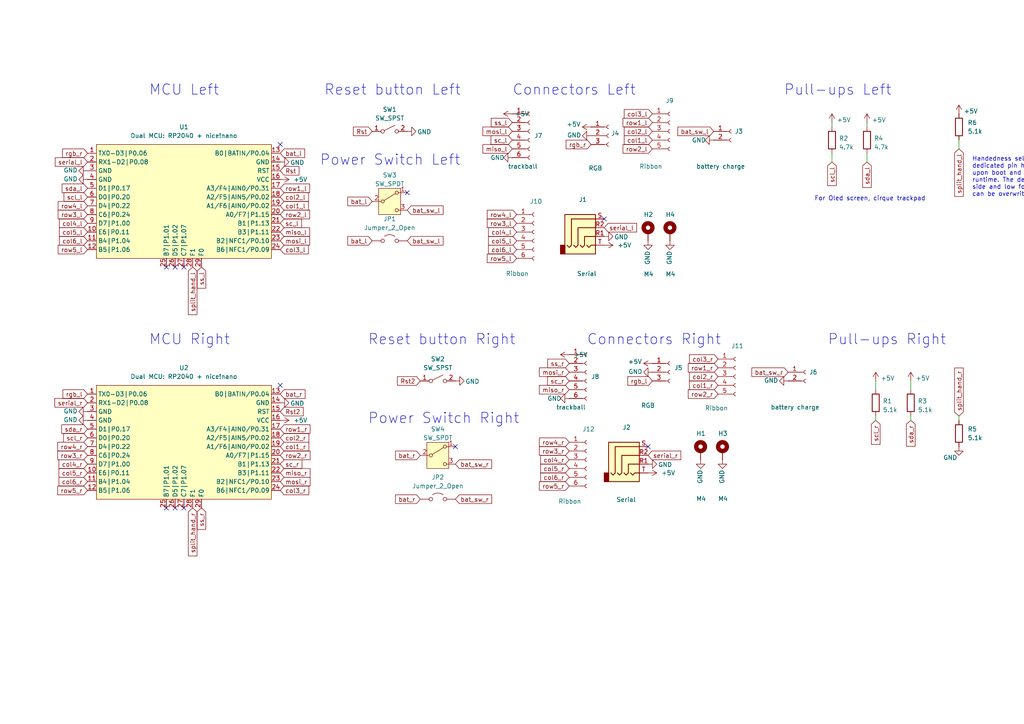
<source format=kicad_sch>
(kicad_sch (version 20231120) (generator "eeschema") (generator_version "8.0")
  (paper "A4")
  (title_block (title "Elite-C holder") (date "2022-02-13") (rev "2.0") (company "BastardKB x KarlK90") (comment 1 "Licensed under CERN-OHL-W v2"))
  (lib_symbols
    (symbol "Connector:Conn_01x02_Socket" (pin_names (offset 1.016) hide)
      (property "Reference" "J" (at 0 2.54 0))
      (property "Value" "Conn_01x02_Socket" (at 0 -5.08 0))
      (symbol "Conn_01x02_Socket_1_1"
        (arc (start 0 -2.032) (mid -0.5058 -2.54) (end 0 -3.048) (stroke (width 0.1524)))
        (polyline (pts (xy -1.27 -2.54) (xy -0.508 -2.54)) (stroke (width 0.1524)))
        (polyline (pts (xy -1.27 0) (xy -0.508 0)) (stroke (width 0.1524)))
        (arc (start 0 0.508) (mid -0.5058 0) (end 0 -0.508) (stroke (width 0.1524)))
        (pin passive line (at -5.08 0 0) (length 3.81) (name "Pin_1") (number "1"))
        (pin passive line (at -5.08 -2.54 0) (length 3.81) (name "Pin_2") (number "2"))
      )
    )
    (symbol "Connector:Conn_01x03_Socket" (pin_names (offset 1.016) hide)
      (property "Reference" "J" (at 0 5.08 0))
      (property "Value" "Conn_01x03_Socket" (at 0 -5.08 0))
      (symbol "Conn_01x03_Socket_1_1"
        (arc (start 0 -2.032) (mid -0.5058 -2.54) (end 0 -3.048) (stroke (width 0.1524)))
        (polyline (pts (xy -1.27 -2.54) (xy -0.508 -2.54)) (stroke (width 0.1524)))
        (polyline (pts (xy -1.27 0) (xy -0.508 0)) (stroke (width 0.1524)))
        (polyline (pts (xy -1.27 2.54) (xy -0.508 2.54)) (stroke (width 0.1524)))
        (arc (start 0 0.508) (mid -0.5058 0) (end 0 -0.508) (stroke (width 0.1524)))
        (arc (start 0 3.048) (mid -0.5058 2.54) (end 0 2.032) (stroke (width 0.1524)))
        (pin passive line (at -5.08 2.54 0) (length 3.81) (name "Pin_1") (number "1"))
        (pin passive line (at -5.08 0 0) (length 3.81) (name "Pin_2") (number "2"))
        (pin passive line (at -5.08 -2.54 0) (length 3.81) (name "Pin_3") (number "3"))
      )
    )
    (symbol "Connector:Conn_01x05_Socket" (pin_names (offset 1.016) hide)
      (property "Reference" "J" (at 0 7.62 0))
      (property "Value" "Conn_01x05_Socket" (at 0 -7.62 0))
      (symbol "Conn_01x05_Socket_1_1"
        (arc (start 0 -4.572) (mid -0.5058 -5.08) (end 0 -5.588) (stroke (width 0.1524)))
        (arc (start 0 -2.032) (mid -0.5058 -2.54) (end 0 -3.048) (stroke (width 0.1524)))
        (polyline (pts (xy -1.27 -5.08) (xy -0.508 -5.08)) (stroke (width 0.1524)))
        (polyline (pts (xy -1.27 -2.54) (xy -0.508 -2.54)) (stroke (width 0.1524)))
        (polyline (pts (xy -1.27 0) (xy -0.508 0)) (stroke (width 0.1524)))
        (polyline (pts (xy -1.27 2.54) (xy -0.508 2.54)) (stroke (width 0.1524)))
        (polyline (pts (xy -1.27 5.08) (xy -0.508 5.08)) (stroke (width 0.1524)))
        (arc (start 0 0.508) (mid -0.5058 0) (end 0 -0.508) (stroke (width 0.1524)))
        (arc (start 0 3.048) (mid -0.5058 2.54) (end 0 2.032) (stroke (width 0.1524)))
        (arc (start 0 5.588) (mid -0.5058 5.08) (end 0 4.572) (stroke (width 0.1524)))
        (pin passive line (at -5.08 5.08 0) (length 3.81) (name "Pin_1") (number "1"))
        (pin passive line (at -5.08 2.54 0) (length 3.81) (name "Pin_2") (number "2"))
        (pin passive line (at -5.08 0 0) (length 3.81) (name "Pin_3") (number "3"))
        (pin passive line (at -5.08 -2.54 0) (length 3.81) (name "Pin_4") (number "4"))
        (pin passive line (at -5.08 -5.08 0) (length 3.81) (name "Pin_5") (number "5"))
      )
    )
    (symbol "Connector:Conn_01x06_Socket" (pin_names (offset 1.016) hide)
      (property "Reference" "J" (at 0 7.62 0))
      (property "Value" "Conn_01x06_Socket" (at 0 -10.16 0))
      (symbol "Conn_01x06_Socket_1_1"
        (arc (start 0 -7.112) (mid -0.5058 -7.62) (end 0 -8.128) (stroke (width 0.1524)))
        (arc (start 0 -4.572) (mid -0.5058 -5.08) (end 0 -5.588) (stroke (width 0.1524)))
        (arc (start 0 -2.032) (mid -0.5058 -2.54) (end 0 -3.048) (stroke (width 0.1524)))
        (polyline (pts (xy -1.27 -7.62) (xy -0.508 -7.62)) (stroke (width 0.1524)))
        (polyline (pts (xy -1.27 -5.08) (xy -0.508 -5.08)) (stroke (width 0.1524)))
        (polyline (pts (xy -1.27 -2.54) (xy -0.508 -2.54)) (stroke (width 0.1524)))
        (polyline (pts (xy -1.27 0) (xy -0.508 0)) (stroke (width 0.1524)))
        (polyline (pts (xy -1.27 2.54) (xy -0.508 2.54)) (stroke (width 0.1524)))
        (polyline (pts (xy -1.27 5.08) (xy -0.508 5.08)) (stroke (width 0.1524)))
        (arc (start 0 0.508) (mid -0.5058 0) (end 0 -0.508) (stroke (width 0.1524)))
        (arc (start 0 3.048) (mid -0.5058 2.54) (end 0 2.032) (stroke (width 0.1524)))
        (arc (start 0 5.588) (mid -0.5058 5.08) (end 0 4.572) (stroke (width 0.1524)))
        (pin passive line (at -5.08 5.08 0) (length 3.81) (name "Pin_1") (number "1"))
        (pin passive line (at -5.08 2.54 0) (length 3.81) (name "Pin_2") (number "2"))
        (pin passive line (at -5.08 0 0) (length 3.81) (name "Pin_3") (number "3"))
        (pin passive line (at -5.08 -2.54 0) (length 3.81) (name "Pin_4") (number "4"))
        (pin passive line (at -5.08 -5.08 0) (length 3.81) (name "Pin_5") (number "5"))
        (pin passive line (at -5.08 -7.62 0) (length 3.81) (name "Pin_6") (number "6"))
      )
    )
    (symbol "Connector_Audio:AudioJack4"
      (property "Reference" "J" (at 0 8.89 0))
      (property "Value" "AudioJack4" (at 0 6.35 0))
      (symbol "AudioJack4_0_1"
        (rectangle (start -6.35 -5.08) (end -7.62 -7.62) (stroke (width 0.254)) (fill (type outline)))
        (polyline (pts (xy 0 -5.08) (xy 0.635 -5.715) (xy 1.27 -5.08) (xy 2.54 -5.08)) (stroke (width 0.254)))
        (polyline (pts (xy -5.715 -5.08) (xy -5.08 -5.715) (xy -4.445 -5.08) (xy -4.445 2.54) (xy 2.54 2.54)) (stroke (width 0.254)))
        (polyline (pts (xy -1.905 -5.08) (xy -1.27 -5.715) (xy -0.635 -5.08) (xy -0.635 -2.54) (xy 2.54 -2.54)) (stroke (width 0.254)))
        (polyline (pts (xy 2.54 0) (xy -2.54 0) (xy -2.54 -5.08) (xy -3.175 -5.715) (xy -3.81 -5.08)) (stroke (width 0.254)))
        (rectangle (start 2.54 3.81) (end -6.35 -7.62) (stroke (width 0.254)) (fill (type background)))
      )
      (symbol "AudioJack4_1_1"
        (pin passive line (at 5.08 -2.54 180) (length 2.54) (name "~") (number "R1"))
        (pin passive line (at 5.08 0 180) (length 2.54) (name "~") (number "R2"))
        (pin passive line (at 5.08 2.54 180) (length 2.54) (name "~") (number "S"))
        (pin passive line (at 5.08 -5.08 180) (length 2.54) (name "~") (number "T"))
      )
    )
    (symbol "Device:R" (pin_numbers hide) (pin_names (offset 0))
      (property "Reference" "R" (at 2.032 0 90))
      (property "Value" "R" (at 0 0 90))
      (symbol "R_0_1"
        (rectangle (start -1.016 -2.54) (end 1.016 2.54) (stroke (width 0.254)))
      )
      (symbol "R_1_1"
        (pin passive line (at 0 3.81 270) (length 1.27) (name "~") (number "1"))
        (pin passive line (at 0 -3.81 90) (length 1.27) (name "~") (number "2"))
      )
    )
    (symbol "Jumper:Jumper_2_Open" (pin_numbers hide) (pin_names (offset 0) hide) (exclude_from_sim yes)
      (property "Reference" "JP" (at 0 2.794 0))
      (property "Value" "Jumper_2_Open" (at 0 -2.286 0))
      (symbol "Jumper_2_Open_0_0"
        (circle (center -2.032 0) (radius 0.508))
        (circle (center 2.032 0) (radius 0.508))
      )
      (symbol "Jumper_2_Open_0_1"
        (arc (start 1.524 1.27) (mid 0 1.778) (end -1.524 1.27))
      )
      (symbol "Jumper_2_Open_1_1"
        (pin passive line (at -5.08 0 0) (length 2.54) (name "A") (number "1"))
        (pin passive line (at 5.08 0 180) (length 2.54) (name "B") (number "2"))
      )
    )
    (symbol "Mechanical:MountingHole_Pad" (pin_numbers hide) (pin_names (offset 1.016) hide) (exclude_from_sim yes) (in_bom no)
      (property "Reference" "H" (at 0 6.35 0))
      (property "Value" "MountingHole_Pad" (at 0 4.445 0))
      (symbol "MountingHole_Pad_0_1"
        (circle (center 0 1.27) (radius 1.27) (stroke (width 1.27)))
      )
      (symbol "MountingHole_Pad_1_1"
        (pin input line (at 0 -2.54 90) (length 2.54) (name "1") (number "1"))
      )
    )
    (symbol "Switch:SW_SPDT" (pin_names (offset 0) hide)
      (property "Reference" "SW" (at 0 5.08 0))
      (property "Value" "SW_SPDT" (at 0 -5.08 0))
      (symbol "SW_SPDT_0_1"
        (circle (center -2.032 0) (radius 0.4572))
        (polyline (pts (xy -1.651 0.254) (xy 1.651 2.286)))
        (circle (center 2.032 -2.54) (radius 0.4572))
        (circle (center 2.032 2.54) (radius 0.4572))
      )
      (symbol "SW_SPDT_1_1"
        (rectangle (start -3.175 3.81) (end 3.175 -3.81) (fill (type background)))
        (pin passive line (at 5.08 2.54 180) (length 2.54) (name "A") (number "1"))
        (pin passive line (at -5.08 0 0) (length 2.54) (name "B") (number "2"))
        (pin passive line (at 5.08 -2.54 180) (length 2.54) (name "C") (number "3"))
      )
    )
    (symbol "Switch:SW_SPST" (pin_names (offset 0) hide)
      (property "Reference" "SW" (at 0 3.175 0))
      (property "Value" "SW_SPST" (at 0 -2.54 0))
      (symbol "SW_SPST_0_0"
        (circle (center -2.032 0) (radius 0.508))
        (polyline (pts (xy -1.524 0.254) (xy 1.524 1.778)))
        (circle (center 2.032 0) (radius 0.508))
      )
      (symbol "SW_SPST_1_1"
        (pin passive line (at -5.08 0 0) (length 2.54) (name "A") (number "1"))
        (pin passive line (at 5.08 0 180) (length 2.54) (name "B") (number "2"))
      )
    )
    (symbol "elite-c-holder:Dual-MCU-RP2040-nice!nano" (in_bom no)
      (property "Reference" "U" (at 0 22.86 0))
      (property "Value" "Dual MCU: RP2040 + nice!nano" (at 0 20.32 0))
      (symbol "Dual-MCU-RP2040-nice!nano_0_0"
        (pin power_out line (at 27.94 11.43 180) (length 2.54) (name "GND") (number "14"))
        (pin bidirectional line (at 27.94 8.89 180) (length 2.54) (name "RST") (number "15"))
        (pin power_out line (at -27.94 8.89 0) (length 2.54) (name "GND") (number "3"))
        (pin power_out line (at -27.94 6.35 0) (length 2.54) (name "GND") (number "4"))
      )
      (symbol "Dual-MCU-RP2040-nice!nano_1_0"
        (pin bidirectional line (at -27.94 13.97 0) (length 2.54) (name "TX0-D3|P0.06") (number "1"))
        (pin bidirectional line (at -27.94 -8.89 0) (length 2.54) (name "E6|P0.11") (number "10"))
        (pin bidirectional line (at -27.94 -11.43 0) (length 2.54) (name "B4|P1.04") (number "11"))
        (pin bidirectional line (at -27.94 -13.97 0) (length 2.54) (name "B5|P1.06") (number "12"))
        (pin bidirectional line (at 27.94 13.97 180) (length 2.54) (name "B0|BATIN/P0.04") (number "13"))
        (pin power_out line (at 27.94 6.35 180) (length 2.54) (name "VCC") (number "16"))
        (pin bidirectional line (at 27.94 3.81 180) (length 2.54) (name "A3/F4|AIN0/P0.31") (number "17"))
        (pin bidirectional line (at 27.94 1.27 180) (length 2.54) (name "A2/F5|AIN5/P0.02") (number "18"))
        (pin bidirectional line (at 27.94 -1.27 180) (length 2.54) (name "A1/F6|AIN0/P0.02") (number "19"))
        (pin bidirectional line (at -27.94 11.43 0) (length 2.54) (name "RX1-D2|P0.08") (number "2"))
        (pin bidirectional line (at 27.94 -3.81 180) (length 2.54) (name "A0/F7|P1.15") (number "20"))
        (pin bidirectional line (at 27.94 -6.35 180) (length 2.54) (name "B1|P1.13") (number "21"))
        (pin bidirectional line (at 27.94 -8.89 180) (length 2.54) (name "B3|P1.11") (number "22"))
        (pin bidirectional line (at 27.94 -11.43 180) (length 2.54) (name "B2|NFC1/P0.10") (number "23"))
        (pin bidirectional line (at 27.94 -13.97 180) (length 2.54) (name "B6|NFC1/P0.09") (number "24"))
        (pin bidirectional line (at -5.08 -19.05 90) (length 2.54) (name "B7|P1.01") (number "25"))
        (pin bidirectional line (at -2.54 -19.05 90) (length 2.54) (name "D5|P1.02") (number "26"))
        (pin bidirectional line (at 0 -19.05 90) (length 2.54) (name "C7|P1.07") (number "27"))
        (pin bidirectional line (at 2.54 -19.05 90) (length 2.54) (name "F1") (number "28"))
        (pin bidirectional line (at 5.08 -19.05 90) (length 2.54) (name "F0") (number "29"))
        (pin bidirectional line (at -27.94 3.81 0) (length 2.54) (name "D1|P0.17") (number "5"))
        (pin bidirectional line (at -27.94 1.27 0) (length 2.54) (name "D0|P0.20") (number "6"))
        (pin bidirectional line (at -27.94 -1.27 0) (length 2.54) (name "D4|P0.22") (number "7"))
        (pin bidirectional line (at -27.94 -3.81 0) (length 2.54) (name "C6|P0.24") (number "8"))
        (pin bidirectional line (at -27.94 -6.35 0) (length 2.54) (name "D7|P1.00") (number "9"))
      )
      (symbol "Dual-MCU-RP2040-nice!nano_1_1"
        (rectangle (start -25.4 16.51) (end 25.4 -16.51) (fill (type background)))
      )
    )
    (symbol "power:+5V" (power) (pin_numbers hide) (pin_names (offset 0) hide)
      (property "Value" "+5V" (at 0 3.556 0))
      (symbol "+5V_0_1"
        (polyline (pts (xy -0.762 1.27) (xy 0 2.54)))
        (polyline (pts (xy 0 0) (xy 0 2.54)))
        (polyline (pts (xy 0 2.54) (xy 0.762 1.27)))
      )
      (symbol "+5V_1_1"
        (pin power_in line (at 0 0 90) (length 0) (name "~") (number "1"))
      )
    )
    (symbol "power:GND" (power) (pin_numbers hide) (pin_names (offset 0) hide)
      (property "Value" "GND" (at 0 -3.81 0))
      (symbol "GND_0_1"
        (polyline (pts (xy 0 0) (xy 0 -1.27) (xy 1.27 -1.27) (xy 0 -2.54) (xy -1.27 -1.27) (xy 0 -1.27)))
      )
      (symbol "GND_1_1"
        (pin power_in line (at 0 0 270) (length 0) (name "~") (number "1"))
      )
    )
  )
  (no_connect (at 48.26 77.47))
  (no_connect (at 132.08 129.54))
  (no_connect (at 53.34 77.47))
  (no_connect (at 118.11 55.88))
  (no_connect (at 81.28 41.91))
  (no_connect (at 187.96 129.54))
  (no_connect (at 175.26 63.5))
  (no_connect (at 50.8 77.47))
  (no_connect (at 53.34 147.32))
  (no_connect (at 48.26 147.32))
  (no_connect (at 50.8 147.32))
  (no_connect (at 81.28 111.76))
  (wire (pts (xy 251.46 35.56) (xy 251.46 36.83)))
  (wire (pts (xy 278.13 40.64) (xy 278.13 43.18)))
  (wire (pts (xy 254 120.65) (xy 254 121.92)))
  (wire (pts (xy 254 110.49) (xy 254 113.03)))
  (wire (pts (xy 264.16 120.65) (xy 264.16 121.92)))
  (wire (pts (xy 241.3 44.45) (xy 241.3 46.99)))
  (wire (pts (xy 278.13 120.65) (xy 278.13 121.92)))
  (wire (pts (xy 241.3 35.56) (xy 241.3 36.83)))
  (wire (pts (xy 264.16 110.49) (xy 264.16 113.03)))
  (wire (pts (xy 251.46 44.45) (xy 251.46 46.99)))
  (text "Power Switch Right" (at 106.68 123.19 0) (effects (font (size 3 3)) (justify left bottom)))
  (text "Reset button Left" (at 93.98 27.94 0) (effects (font (size 3 3)) (justify left bottom)))
  (text "For Oled screen, cirque trackpad" (at 236.22 58.42 0) (effects (font (size 1.27 1.27)) (justify left bottom)))
  (text "Power Switch Left" (at 92.71 48.26 0) (effects (font (size 3 3)) (justify left bottom)))
  (text "Connectors Left" (at 148.59 27.94 0) (effects (font (size 3 3)) (justify left bottom)))
  (text "Pull-ups Right" (at 240.03 100.33 0) (effects (font (size 3 3)) (justify left bottom)))
  (text "Reset button Right" (at 106.68 100.33 0) (effects (font (size 3 3)) (justify left bottom)))
  (text "Handedness selection works by pulling a \ndedicated pin high or low this is checked\nupon boot and the correct side is set at\nruntime. The default is high for the left\nside and low for the right side, but this\ncan be overwritten in firmware." (at 281.94 57.15 0) (effects (font (size 1.27 1.27)) (justify left bottom)))
  (text "MCU Left" (at 43.18 27.94 0) (effects (font (size 3 3)) (justify left bottom)))
  (text "MCU Right" (at 43.18 100.33 0) (effects (font (size 3 3)) (justify left bottom)))
  (text "Pull-ups Left" (at 227.33 27.94 0) (effects (font (size 3 3)) (justify left bottom)))
  (text "Connectors Right" (at 170.18 100.33 0) (effects (font (size 3 3)) (justify left bottom)))
  (global_label "sc_l" (shape input) (at 148.59 40.64 180) (property "Intersheetrefs" "${INTERSHEET_REFS}" (effects (hide yes))))
  (global_label "split_hand_l" (shape input) (at 278.13 43.18 270) (property "Intersheetrefs" "${INTERSHEET_REFS}" (effects (hide yes))))
  (global_label "miso_r" (shape input) (at 165.1 113.03 180) (property "Intersheetrefs" "${INTERSHEET_REFS}" (effects (hide yes))))
  (global_label "row4_r" (shape input) (at 25.4 129.54 180) (property "Intersheetrefs" "${INTERSHEET_REFS}" (effects (hide yes))))
  (global_label "rgb_r" (shape input) (at 25.4 44.45 180) (property "Intersheetrefs" "${INTERSHEET_REFS}" (effects (hide yes))))
  (global_label "col1_l" (shape input) (at 81.28 59.69 0) (property "Intersheetrefs" "${INTERSHEET_REFS}" (effects (hide yes))))
  (global_label "row1_r" (shape input) (at 208.28 106.68 180) (property "Intersheetrefs" "${INTERSHEET_REFS}" (effects (hide yes))))
  (global_label "col6_l" (shape input) (at 149.86 72.39 180) (property "Intersheetrefs" "${INTERSHEET_REFS}" (effects (hide yes))))
  (global_label "bat_sw_r" (shape input) (at 132.08 134.62 0) (property "Intersheetrefs" "${INTERSHEET_REFS}" (effects (hide yes))))
  (global_label "row1_l" (shape input) (at 81.28 54.61 0) (property "Intersheetrefs" "${INTERSHEET_REFS}" (effects (hide yes))))
  (global_label "col1_r" (shape input) (at 208.28 111.76 180) (property "Intersheetrefs" "${INTERSHEET_REFS}" (effects (hide yes))))
  (global_label "row2_r" (shape input) (at 81.28 132.08 0) (property "Intersheetrefs" "${INTERSHEET_REFS}" (effects (hide yes))))
  (global_label "col4_r" (shape input) (at 25.4 134.62 180) (property "Intersheetrefs" "${INTERSHEET_REFS}" (effects (hide yes))))
  (global_label "col1_l" (shape input) (at 189.23 40.64 180) (property "Intersheetrefs" "${INTERSHEET_REFS}" (effects (hide yes))))
  (global_label "row5_l" (shape input) (at 25.4 72.39 180) (property "Intersheetrefs" "${INTERSHEET_REFS}" (effects (hide yes))))
  (global_label "col5_l" (shape input) (at 25.4 67.31 180) (property "Intersheetrefs" "${INTERSHEET_REFS}" (effects (hide yes))))
  (global_label "row3_l" (shape input) (at 25.4 62.23 180) (property "Intersheetrefs" "${INTERSHEET_REFS}" (effects (hide yes))))
  (global_label "col2_l" (shape input) (at 81.28 57.15 0) (property "Intersheetrefs" "${INTERSHEET_REFS}" (effects (hide yes))))
  (global_label "mosi_l" (shape input) (at 81.28 69.85 0) (property "Intersheetrefs" "${INTERSHEET_REFS}" (effects (hide yes))))
  (global_label "row3_r" (shape input) (at 165.1 130.81 180) (property "Intersheetrefs" "${INTERSHEET_REFS}" (effects (hide yes))))
  (global_label "bat_l" (shape input) (at 107.95 69.85 180) (property "Intersheetrefs" "${INTERSHEET_REFS}" (effects (hide yes))))
  (global_label "row4_l" (shape input) (at 25.4 59.69 180) (property "Intersheetrefs" "${INTERSHEET_REFS}" (effects (hide yes))))
  (global_label "row2_l" (shape input) (at 81.28 62.23 0) (property "Intersheetrefs" "${INTERSHEET_REFS}" (effects (hide yes))))
  (global_label "scl_l" (shape input) (at 25.4 57.15 180) (property "Intersheetrefs" "${INTERSHEET_REFS}" (effects (hide yes))))
  (global_label "ss_r" (shape input) (at 165.1 105.41 180) (property "Intersheetrefs" "${INTERSHEET_REFS}" (effects (hide yes))))
  (global_label "row5_l" (shape input) (at 149.86 74.93 180) (property "Intersheetrefs" "${INTERSHEET_REFS}" (effects (hide yes))))
  (global_label "col5_l" (shape input) (at 149.86 69.85 180) (property "Intersheetrefs" "${INTERSHEET_REFS}" (effects (hide yes))))
  (global_label "row4_r" (shape input) (at 165.1 128.27 180) (property "Intersheetrefs" "${INTERSHEET_REFS}" (effects (hide yes))))
  (global_label "rgb_r" (shape input) (at 171.45 41.91 180) (property "Intersheetrefs" "${INTERSHEET_REFS}" (effects (hide yes))))
  (global_label "sc_r" (shape input) (at 81.28 134.62 0) (property "Intersheetrefs" "${INTERSHEET_REFS}" (effects (hide yes))))
  (global_label "sc_l" (shape input) (at 81.28 64.77 0) (property "Intersheetrefs" "${INTERSHEET_REFS}" (effects (hide yes))))
  (global_label "Rst" (shape input) (at 107.95 38.1 180) (property "Intersheetrefs" "${INTERSHEET_REFS}" (effects (hide yes))))
  (global_label "mosi_r" (shape input) (at 165.1 107.95 180) (property "Intersheetrefs" "${INTERSHEET_REFS}" (effects (hide yes))))
  (global_label "sda_r" (shape input) (at 25.4 124.46 180) (property "Intersheetrefs" "${INTERSHEET_REFS}" (effects (hide yes))))
  (global_label "bat_r" (shape input) (at 121.92 132.08 180) (property "Intersheetrefs" "${INTERSHEET_REFS}" (effects (hide yes))))
  (global_label "bat_sw_l" (shape input) (at 207.01 38.1 180) (property "Intersheetrefs" "${INTERSHEET_REFS}" (effects (hide yes))))
  (global_label "bat_sw_r" (shape input) (at 132.08 144.78 0) (property "Intersheetrefs" "${INTERSHEET_REFS}" (effects (hide yes))))
  (global_label "sda_r" (shape input) (at 264.16 121.92 270) (property "Intersheetrefs" "${INTERSHEET_REFS}" (effects (hide yes))))
  (global_label "col3_r" (shape input) (at 81.28 142.24 0) (property "Intersheetrefs" "${INTERSHEET_REFS}" (effects (hide yes))))
  (global_label "serial_r" (shape input) (at 187.96 132.08 0) (property "Intersheetrefs" "${INTERSHEET_REFS}" (effects (hide yes))))
  (global_label "row1_l" (shape input) (at 189.23 35.56 180) (property "Intersheetrefs" "${INTERSHEET_REFS}" (effects (hide yes))))
  (global_label "col2_r" (shape input) (at 81.28 127 0) (property "Intersheetrefs" "${INTERSHEET_REFS}" (effects (hide yes))))
  (global_label "bat_r" (shape input) (at 81.28 114.3 0) (property "Intersheetrefs" "${INTERSHEET_REFS}" (effects (hide yes))))
  (global_label "scl_l" (shape input) (at 241.3 46.99 270) (property "Intersheetrefs" "${INTERSHEET_REFS}" (effects (hide yes))))
  (global_label "col5_r" (shape input) (at 25.4 137.16 180) (property "Intersheetrefs" "${INTERSHEET_REFS}" (effects (hide yes))))
  (global_label "split_hand_r" (shape input) (at 278.13 120.65 90) (property "Intersheetrefs" "${INTERSHEET_REFS}" (effects (hide yes))))
  (global_label "miso_r" (shape input) (at 81.28 137.16 0) (property "Intersheetrefs" "${INTERSHEET_REFS}" (effects (hide yes))))
  (global_label "miso_l" (shape input) (at 81.28 67.31 0) (property "Intersheetrefs" "${INTERSHEET_REFS}" (effects (hide yes))))
  (global_label "rgb_l" (shape input) (at 25.4 114.3 180) (property "Intersheetrefs" "${INTERSHEET_REFS}" (effects (hide yes))))
  (global_label "col3_r" (shape input) (at 208.28 104.14 180) (property "Intersheetrefs" "${INTERSHEET_REFS}" (effects (hide yes))))
  (global_label "Rst2" (shape input) (at 81.28 119.38 0) (property "Intersheetrefs" "${INTERSHEET_REFS}" (effects (hide yes))))
  (global_label "bat_sw_l" (shape input) (at 118.11 60.96 0) (property "Intersheetrefs" "${INTERSHEET_REFS}" (effects (hide yes))))
  (global_label "col6_r" (shape input) (at 25.4 139.7 180) (property "Intersheetrefs" "${INTERSHEET_REFS}" (effects (hide yes))))
  (global_label "row2_l" (shape input) (at 189.23 43.18 180) (property "Intersheetrefs" "${INTERSHEET_REFS}" (effects (hide yes))))
  (global_label "sc_r" (shape input) (at 165.1 110.49 180) (property "Intersheetrefs" "${INTERSHEET_REFS}" (effects (hide yes))))
  (global_label "split_hand_l" (shape input) (at 55.88 77.47 270) (property "Intersheetrefs" "${INTERSHEET_REFS}" (effects (hide yes))))
  (global_label "col3_l" (shape input) (at 81.28 72.39 0) (property "Intersheetrefs" "${INTERSHEET_REFS}" (effects (hide yes))))
  (global_label "bat_r" (shape input) (at 121.92 144.78 180) (property "Intersheetrefs" "${INTERSHEET_REFS}" (effects (hide yes))))
  (global_label "serial_r" (shape input) (at 25.4 116.84 180) (property "Intersheetrefs" "${INTERSHEET_REFS}" (effects (hide yes))))
  (global_label "row3_l" (shape input) (at 149.86 64.77 180) (property "Intersheetrefs" "${INTERSHEET_REFS}" (effects (hide yes))))
  (global_label "ss_l" (shape input) (at 148.59 35.56 180) (property "Intersheetrefs" "${INTERSHEET_REFS}" (effects (hide yes))))
  (global_label "serial_l" (shape input) (at 25.4 46.99 180) (property "Intersheetrefs" "${INTERSHEET_REFS}" (effects (hide yes))))
  (global_label "Rst" (shape input) (at 81.28 49.53 0) (property "Intersheetrefs" "${INTERSHEET_REFS}" (effects (hide yes))))
  (global_label "scl_r" (shape input) (at 25.4 127 180) (property "Intersheetrefs" "${INTERSHEET_REFS}" (effects (hide yes))))
  (global_label "row3_r" (shape input) (at 25.4 132.08 180) (property "Intersheetrefs" "${INTERSHEET_REFS}" (effects (hide yes))))
  (global_label "ss_r" (shape input) (at 58.42 147.32 270) (property "Intersheetrefs" "${INTERSHEET_REFS}" (effects (hide yes))))
  (global_label "col3_l" (shape input) (at 189.23 33.02 180) (property "Intersheetrefs" "${INTERSHEET_REFS}" (effects (hide yes))))
  (global_label "col6_l" (shape input) (at 25.4 69.85 180) (property "Intersheetrefs" "${INTERSHEET_REFS}" (effects (hide yes))))
  (global_label "row5_r" (shape input) (at 25.4 142.24 180) (property "Intersheetrefs" "${INTERSHEET_REFS}" (effects (hide yes))))
  (global_label "row5_r" (shape input) (at 165.1 140.97 180) (property "Intersheetrefs" "${INTERSHEET_REFS}" (effects (hide yes))))
  (global_label "Rst2" (shape input) (at 121.92 110.49 180) (property "Intersheetrefs" "${INTERSHEET_REFS}" (effects (hide yes))))
  (global_label "col1_r" (shape input) (at 81.28 129.54 0) (property "Intersheetrefs" "${INTERSHEET_REFS}" (effects (hide yes))))
  (global_label "sda_l" (shape input) (at 25.4 54.61 180) (property "Intersheetrefs" "${INTERSHEET_REFS}" (effects (hide yes))))
  (global_label "row2_r" (shape input) (at 208.28 114.3 180) (property "Intersheetrefs" "${INTERSHEET_REFS}" (effects (hide yes))))
  (global_label "row4_l" (shape input) (at 149.86 62.23 180) (property "Intersheetrefs" "${INTERSHEET_REFS}" (effects (hide yes))))
  (global_label "col6_r" (shape input) (at 165.1 138.43 180) (property "Intersheetrefs" "${INTERSHEET_REFS}" (effects (hide yes))))
  (global_label "ss_l" (shape input) (at 58.42 77.47 270) (property "Intersheetrefs" "${INTERSHEET_REFS}" (effects (hide yes))))
  (global_label "serial_l" (shape input) (at 175.26 66.04 0) (property "Intersheetrefs" "${INTERSHEET_REFS}" (effects (hide yes))))
  (global_label "mosi_r" (shape input) (at 81.28 139.7 0) (property "Intersheetrefs" "${INTERSHEET_REFS}" (effects (hide yes))))
  (global_label "col2_r" (shape input) (at 208.28 109.22 180) (property "Intersheetrefs" "${INTERSHEET_REFS}" (effects (hide yes))))
  (global_label "bat_sw_l" (shape input) (at 118.11 69.85 0) (property "Intersheetrefs" "${INTERSHEET_REFS}" (effects (hide yes))))
  (global_label "split_hand_r" (shape input) (at 55.88 147.32 270) (property "Intersheetrefs" "${INTERSHEET_REFS}" (effects (hide yes))))
  (global_label "bat_sw_r" (shape input) (at 228.6 107.95 180) (property "Intersheetrefs" "${INTERSHEET_REFS}" (effects (hide yes))))
  (global_label "sda_l" (shape input) (at 251.46 46.99 270) (property "Intersheetrefs" "${INTERSHEET_REFS}" (effects (hide yes))))
  (global_label "col4_l" (shape input) (at 25.4 64.77 180) (property "Intersheetrefs" "${INTERSHEET_REFS}" (effects (hide yes))))
  (global_label "bat_l" (shape input) (at 107.95 58.42 180) (property "Intersheetrefs" "${INTERSHEET_REFS}" (effects (hide yes))))
  (global_label "scl_r" (shape input) (at 254 121.92 270) (property "Intersheetrefs" "${INTERSHEET_REFS}" (effects (hide yes))))
  (global_label "miso_l" (shape input) (at 148.59 43.18 180) (property "Intersheetrefs" "${INTERSHEET_REFS}" (effects (hide yes))))
  (global_label "row1_r" (shape input) (at 81.28 124.46 0) (property "Intersheetrefs" "${INTERSHEET_REFS}" (effects (hide yes))))
  (global_label "col4_r" (shape input) (at 165.1 133.35 180) (property "Intersheetrefs" "${INTERSHEET_REFS}" (effects (hide yes))))
  (global_label "col5_r" (shape input) (at 165.1 135.89 180) (property "Intersheetrefs" "${INTERSHEET_REFS}" (effects (hide yes))))
  (global_label "bat_l" (shape input) (at 81.28 44.45 0) (property "Intersheetrefs" "${INTERSHEET_REFS}" (effects (hide yes))))
  (global_label "col4_l" (shape input) (at 149.86 67.31 180) (property "Intersheetrefs" "${INTERSHEET_REFS}" (effects (hide yes))))
  (global_label "rgb_l" (shape input) (at 189.23 110.49 180) (property "Intersheetrefs" "${INTERSHEET_REFS}" (effects (hide yes))))
  (global_label "mosi_l" (shape input) (at 148.59 38.1 180) (property "Intersheetrefs" "${INTERSHEET_REFS}" (effects (hide yes))))
  (global_label "col2_l" (shape input) (at 189.23 38.1 180) (property "Intersheetrefs" "${INTERSHEET_REFS}" (effects (hide yes))))
  (symbol (lib_id "Device:R") (at 254 116.84 0) (unit 1)
    (property "Reference" "R1" (at 256.032 116.332 0) (effects (justify left)))
    (property "Value" "5.1k" (at 256.032 118.872 0) (effects (justify left)))
    (property "Footprint" "library:R_1206_handsolder" (effects (hide yes)))
    (property "Description" "Resistor" (effects (hide yes)))
    (property "JLCPCB BOM" "1" (effects (hide yes)))
    (property "JLCPCB Part" "C26033" (effects (hide yes)))
  )
  (symbol (lib_id "power:GND") (at 25.4 121.92 270) (unit 1)
    (property "Reference" "#PWR06" (effects (hide yes)))
    (property "Value" "GND" (at 18.4151 121.764 90) (effects (justify left)))
    (property "Description" "Power symbol creates a global label with name \"GND\" , ground" (effects (hide yes)))
  )
  (symbol (lib_id "Switch:SW_SPST") (at 113.03 38.1 0) (unit 1)
    (property "Reference" "SW1" (at 113.03 31.75 0))
    (property "Value" "SW_SPST" (at 113.03 34.29 0))
    (property "Footprint" "library:PushSwitch" (effects (hide yes)))
    (property "Description" "Single Pole Single Throw (SPST) switch" (effects (hide yes)))
  )
  (symbol (lib_id "power:GND") (at 118.11 38.1 90) (unit 1)
    (property "Reference" "#PWR0120" (effects (hide yes)))
    (property "Value" "GND" (at 125.0949 38.256 90) (effects (justify left)))
    (property "Description" "Power symbol creates a global label with name \"GND\" , ground" (effects (hide yes)))
  )
  (symbol (lib_id "Mechanical:MountingHole_Pad") (at 187.96 67.31 0) (unit 1)
    (property "Reference" "H2" (at 186.69 62.23 0) (effects (justify left)))
    (property "Value" "M4" (at 186.69 79.502 0) (effects (justify left)))
    (property "Footprint" "library:MountingHole_4mm_Pad_thin" (effects (hide yes)))
    (property "Description" "Mounting Hole with connection" (effects (hide yes)))
  )
  (symbol (lib_id "power:+5V") (at 165.1 102.87 90) (unit 1)
    (property "Reference" "#PWR0110" (effects (hide yes)))
    (property "Value" "+5V" (at 166.37 102.87 90) (effects (justify right)))
    (property "Description" "Power symbol creates a global label with name \"+5V\"" (effects (hide yes)))
  )
  (symbol (lib_id "Connector:Conn_01x06_Socket") (at 170.18 107.95 0) (unit 1)
    (property "Reference" "J8" (at 171.45 109.22 0) (effects (justify left)))
    (property "Value" "trackball" (at 161.29 118.11 0) (effects (justify left)))
    (property "Footprint" "library:6_PinHeader" (effects (hide yes)))
    (property "Description" "Generic connector, single row, 01x06, script generated" (effects (hide yes)))
  )
  (symbol (lib_id "Device:R") (at 278.13 125.73 0) (unit 1)
    (property "Reference" "R5" (at 280.67 124.46 0) (effects (justify left)))
    (property "Value" "5.1k" (at 280.67 127 0) (effects (justify left)))
    (property "Footprint" "library:R_1206_handsolder" (effects (hide yes)))
    (property "Description" "Resistor" (effects (hide yes)))
    (property "JLCPCB BOM" "1" (effects (hide yes)))
    (property "JLCPCB Part" "C26033" (effects (hide yes)))
  )
  (symbol (lib_id "power:GND") (at 132.08 110.49 90) (unit 1)
    (property "Reference" "#PWR0109" (effects (hide yes)))
    (property "Value" "GND" (at 139.0649 110.646 90) (effects (justify left)))
    (property "Description" "Power symbol creates a global label with name \"GND\" , ground" (effects (hide yes)))
  )
  (symbol (lib_id "power:+5V") (at 251.46 35.56 0) (unit 1)
    (property "Reference" "#PWR0104" (effects (hide yes)))
    (property "Value" "+5V" (at 252.857 34.798 0) (effects (justify left)))
    (property "Description" "Power symbol creates a global label with name \"+5V\"" (effects (hide yes)))
  )
  (symbol (lib_id "power:+5V") (at 171.45 36.83 90) (unit 1)
    (property "Reference" "#PWR0122" (effects (hide yes)))
    (property "Value" "+5V" (at 164.338 36.068 90) (effects (justify right)))
    (property "Description" "Power symbol creates a global label with name \"+5V\"" (effects (hide yes)))
  )
  (symbol (lib_id "Connector:Conn_01x02_Socket") (at 233.68 107.95 0) (unit 1)
    (property "Reference" "J6" (at 234.696 107.9499 0) (effects (justify left)))
    (property "Value" "battery charge" (at 223.52 118.11 0) (effects (justify left)))
    (property "Footprint" "library:PinHeader_1x02_P2.54mm_Vertical" (effects (hide yes)))
    (property "Description" "Generic connector, single row, 01x02, script generated" (effects (hide yes)))
  )
  (symbol (lib_id "Connector:Conn_01x05_Socket") (at 213.36 109.22 0) (unit 1)
    (property "Reference" "J11" (at 212.09 100.33 0) (effects (justify left)))
    (property "Value" "Ribbon" (at 204.47 118.364 0) (effects (justify left)))
    (property "Footprint" "library:5_PinHeader" (effects (hide yes)))
    (property "Description" "Generic connector, single row, 01x05, script generated" (effects (hide yes)))
  )
  (symbol (lib_id "power:+5V") (at 148.59 33.02 90) (unit 1)
    (property "Reference" "#PWR0115" (effects (hide yes)))
    (property "Value" "+5V" (at 149.352 33.02 90) (effects (justify right)))
    (property "Description" "Power symbol creates a global label with name \"+5V\"" (effects (hide yes)))
  )
  (symbol (lib_id "power:GND") (at 187.96 69.85 0) (unit 1)
    (property "Reference" "#PWR0129" (effects (hide yes)))
    (property "Value" "GND" (at 187.804 76.8349 90) (effects (justify left)))
    (property "Description" "Power symbol creates a global label with name \"GND\" , ground" (effects (hide yes)))
  )
  (symbol (lib_id "power:GND") (at 25.4 52.07 270) (unit 1)
    (property "Reference" "#PWR02" (effects (hide yes)))
    (property "Value" "GND" (at 18.4151 51.914 90) (effects (justify left)))
    (property "Description" "Power symbol creates a global label with name \"GND\" , ground" (effects (hide yes)))
  )
  (symbol (lib_id "power:+5V") (at 175.26 71.12 270) (unit 1)
    (property "Reference" "#PWR0127" (effects (hide yes)))
    (property "Value" "+5V" (at 179.07 71.1199 90) (effects (justify left)))
    (property "Description" "Power symbol creates a global label with name \"+5V\"" (effects (hide yes)))
  )
  (symbol (lib_id "power:GND") (at 207.01 40.64 270) (unit 1)
    (property "Reference" "#PWR0108" (effects (hide yes)))
    (property "Value" "GND" (at 200.66 40.64 90) (effects (justify left)))
    (property "Description" "Power symbol creates a global label with name \"GND\" , ground" (effects (hide yes)))
  )
  (symbol (lib_id "Mechanical:MountingHole_Pad") (at 194.31 67.31 0) (unit 1)
    (property "Reference" "H4" (at 193.04 62.23 0) (effects (justify left)))
    (property "Value" "M4" (at 193.04 79.502 0) (effects (justify left)))
    (property "Footprint" "library:MountingHole_4mm_Pad_thin" (effects (hide yes)))
    (property "Description" "Mounting Hole with connection" (effects (hide yes)))
  )
  (symbol (lib_id "Device:R") (at 278.13 36.83 0) (unit 1)
    (property "Reference" "R6" (at 280.67 35.56 0) (effects (justify left)))
    (property "Value" "5.1k" (at 280.67 38.1 0) (effects (justify left)))
    (property "Footprint" "library:R_1206_handsolder" (effects (hide yes)))
    (property "Description" "Resistor" (effects (hide yes)))
    (property "JLCPCB BOM" "1" (effects (hide yes)))
    (property "JLCPCB Part" "C26033" (effects (hide yes)))
  )
  (symbol (lib_id "power:GND") (at 171.45 39.37 270) (unit 1)
    (property "Reference" "#PWR0123" (effects (hide yes)))
    (property "Value" "GND" (at 164.4651 39.214 90) (effects (justify left)))
    (property "Description" "Power symbol creates a global label with name \"GND\" , ground" (effects (hide yes)))
  )
  (symbol (lib_id "Mechanical:MountingHole_Pad") (at 203.2 130.81 0) (unit 1)
    (property "Reference" "H1" (at 201.93 125.73 0) (effects (justify left)))
    (property "Value" "M4" (at 201.93 144.653 0) (effects (justify left)))
    (property "Footprint" "library:MountingHole_4mm_Pad_thin" (effects (hide yes)))
    (property "Description" "Mounting Hole with connection" (effects (hide yes)))
  )
  (symbol (lib_id "power:GND") (at 278.13 129.54 0) (unit 1)
    (property "Reference" "#PWR0137" (effects (hide yes)))
    (property "Value" "GND" (at 277.651 132.715 0) (effects (justify right)))
    (property "Description" "Power symbol creates a global label with name \"GND\" , ground" (effects (hide yes)))
  )
  (symbol (lib_id "power:+5V") (at 189.23 105.41 90) (unit 1)
    (property "Reference" "#PWR0125" (effects (hide yes)))
    (property "Value" "+5V" (at 182.118 104.902 90) (effects (justify right)))
    (property "Description" "Power symbol creates a global label with name \"+5V\"" (effects (hide yes)))
  )
  (symbol (lib_id "Connector:Conn_01x02_Socket") (at 212.09 38.1 0) (unit 1)
    (property "Reference" "J3" (at 213.106 38.0999 0) (effects (justify left)))
    (property "Value" "battery charge" (at 201.93 48.26 0) (effects (justify left)))
    (property "Footprint" "library:PinHeader_1x02_P2.54mm_Vertical" (effects (hide yes)))
    (property "Description" "Generic connector, single row, 01x02, script generated" (effects (hide yes)))
  )
  (symbol (lib_id "Connector:Conn_01x06_Socket") (at 170.18 133.35 0) (unit 1)
    (property "Reference" "J12" (at 168.91 124.46 0) (effects (justify left)))
    (property "Value" "Ribbon" (at 161.925 145.415 0) (effects (justify left)))
    (property "Footprint" "library:6_PinHeader" (effects (hide yes)))
    (property "Description" "Generic connector, single row, 01x06, script generated" (effects (hide yes)))
  )
  (symbol (lib_id "power:+5V") (at 241.3 35.56 0) (unit 1)
    (property "Reference" "#PWR0105" (effects (hide yes)))
    (property "Value" "+5V" (at 242.697 34.769 0) (effects (justify left)))
    (property "Description" "Power symbol creates a global label with name \"+5V\"" (effects (hide yes)))
  )
  (symbol (lib_id "Connector_Audio:AudioJack4") (at 170.18 66.04 0) (unit 1)
    (property "Reference" "J1" (at 169.037 57.9182 0))
    (property "Value" "Serial" (at 170.18 79.375 0))
    (property "Footprint" "library:Jack_3.5mm_PJ320E_Horizontal" (effects (hide yes)))
    (property "Description" "Audio Jack, 4 Poles (TRRS)" (effects (hide yes)))
  )
  (symbol (lib_id "Device:R") (at 264.16 116.84 0) (unit 1)
    (property "Reference" "R3" (at 266.192 116.332 0) (effects (justify left)))
    (property "Value" "5.1k" (at 266.192 118.872 0) (effects (justify left)))
    (property "Footprint" "library:R_1206_handsolder" (effects (hide yes)))
    (property "Description" "Resistor" (effects (hide yes)))
    (property "JLCPCB BOM" "1" (effects (hide yes)))
    (property "JLCPCB Part" "C26033" (effects (hide yes)))
  )
  (symbol (lib_id "Switch:SW_SPST") (at 127 110.49 0) (unit 1)
    (property "Reference" "SW2" (at 127 104.14 0))
    (property "Value" "SW_SPST" (at 127 106.68 0))
    (property "Footprint" "library:PushSwitch" (effects (hide yes)))
    (property "Description" "Single Pole Single Throw (SPST) switch" (effects (hide yes)))
  )
  (symbol (lib_id "power:GND") (at 203.2 133.35 0) (unit 1)
    (property "Reference" "#PWR0134" (effects (hide yes)))
    (property "Value" "GND" (at 203.044 140.3349 90) (effects (justify left)))
    (property "Description" "Power symbol creates a global label with name \"GND\" , ground" (effects (hide yes)))
  )
  (symbol (lib_id "power:GND") (at 25.4 119.38 270) (unit 1)
    (property "Reference" "#PWR05" (effects (hide yes)))
    (property "Value" "GND" (at 18.4151 119.224 90) (effects (justify left)))
    (property "Description" "Power symbol creates a global label with name \"GND\" , ground" (effects (hide yes)))
  )
  (symbol (lib_id "power:+5V") (at 187.96 137.16 270) (unit 1)
    (property "Reference" "#PWR0132" (effects (hide yes)))
    (property "Value" "+5V" (at 191.77 137.1599 90) (effects (justify left)))
    (property "Description" "Power symbol creates a global label with name \"+5V\"" (effects (hide yes)))
  )
  (symbol (lib_id "power:GND") (at 165.1 115.57 270) (unit 1)
    (property "Reference" "#PWR0111" (effects (hide yes)))
    (property "Value" "GND" (at 158.75 115.57 90) (effects (justify left)))
    (property "Description" "Power symbol creates a global label with name \"GND\" , ground" (effects (hide yes)))
  )
  (symbol (lib_id "power:+5V") (at 81.28 121.92 270) (unit 1)
    (property "Reference" "#PWR08" (effects (hide yes)))
    (property "Value" "+5V" (at 85.09 121.9199 90) (effects (justify left)))
    (property "Description" "Power symbol creates a global label with name \"+5V\"" (effects (hide yes)))
  )
  (symbol (lib_id "power:GND") (at 228.6 110.49 270) (unit 1)
    (property "Reference" "#PWR0106" (effects (hide yes)))
    (property "Value" "GND" (at 221.6151 110.334 90) (effects (justify left)))
    (property "Description" "Power symbol creates a global label with name \"GND\" , ground" (effects (hide yes)))
  )
  (symbol (lib_id "Jumper:Jumper_2_Open") (at 127 144.78 0) (unit 1)
    (property "Reference" "JP2" (at 127 138.43 0))
    (property "Value" "Jumper_2_Open" (at 127 140.97 0))
    (property "Footprint" "library:power_switch_jumper" (effects (hide yes)))
    (property "Description" "Jumper, 2-pole, open" (effects (hide yes)))
  )
  (symbol (lib_id "power:GND") (at 81.28 116.84 90) (unit 1)
    (property "Reference" "#PWR07" (effects (hide yes)))
    (property "Value" "GND" (at 88.2649 116.996 90) (effects (justify left)))
    (property "Description" "Power symbol creates a global label with name \"GND\" , ground" (effects (hide yes)))
  )
  (symbol (lib_id "Switch:SW_SPDT") (at 113.03 58.42 0) (unit 1)
    (property "Reference" "SW3" (at 113.03 50.8 0))
    (property "Value" "SW_SPDT" (at 113.03 53.34 0))
    (property "Footprint" "library:SW_SPDT+H-MSK12C01_hor(7pin_SMD)" (effects (hide yes)))
    (property "Description" "Switch, single pole double throw" (effects (hide yes)))
  )
  (symbol (lib_id "elite-c-holder:Dual-MCU-RP2040-nice!nano") (at 53.34 58.42 0) (unit 1) (in_bom no)
    (property "Reference" "U1" (at 53.34 36.83 0))
    (property "Value" "Dual MCU: RP2040 + nice!nano" (at 53.34 39.37 0))
    (property "Footprint" "PCM_marbastlib-xp-promicroish:Elite-C_ACH" (effects (hide yes)))
    (property "Description" "Symbol for a dual MCU, with pins of a nice-nano and an RP2040 (pro-micro footprint) controller" (effects (hide yes)))
  )
  (symbol (lib_id "Mechanical:MountingHole_Pad") (at 209.55 130.81 0) (unit 1)
    (property "Reference" "H3" (at 208.28 125.73 0) (effects (justify left)))
    (property "Value" "M4" (at 208.28 144.653 0) (effects (justify left)))
    (property "Footprint" "library:MountingHole_4mm_Pad_thin" (effects (hide yes)))
    (property "Description" "Mounting Hole with connection" (effects (hide yes)))
  )
  (symbol (lib_id "power:GND") (at 175.26 68.58 90) (unit 1)
    (property "Reference" "#PWR0128" (effects (hide yes)))
    (property "Value" "GND" (at 182.2449 68.736 90) (effects (justify left)))
    (property "Description" "Power symbol creates a global label with name \"GND\" , ground" (effects (hide yes)))
  )
  (symbol (lib_id "Connector:Conn_01x05_Socket") (at 194.31 38.1 0) (unit 1)
    (property "Reference" "J9" (at 193.04 29.21 0) (effects (justify left)))
    (property "Value" "Ribbon" (at 185.42 48.26 0) (effects (justify left)))
    (property "Footprint" "library:5_PinHeader" (effects (hide yes)))
    (property "Description" "Generic connector, single row, 01x05, script generated" (effects (hide yes)))
  )
  (symbol (lib_id "Device:R") (at 241.3 40.64 0) (unit 1)
    (property "Reference" "R2" (at 243.332 40.132 0) (effects (justify left)))
    (property "Value" "4.7k" (at 243.332 42.672 0) (effects (justify left)))
    (property "Footprint" "library:R_1206_handsolder" (effects (hide yes)))
    (property "Description" "Resistor" (effects (hide yes)))
    (property "JLCPCB BOM" "1" (effects (hide yes)))
    (property "JLCPCB Part" "C26033" (effects (hide yes)))
  )
  (symbol (lib_id "Device:R") (at 251.46 40.64 0) (unit 1)
    (property "Reference" "R4" (at 253.492 40.132 0) (effects (justify left)))
    (property "Value" "4.7k" (at 253.492 42.672 0) (effects (justify left)))
    (property "Footprint" "library:R_1206_handsolder" (effects (hide yes)))
    (property "Description" "Resistor" (effects (hide yes)))
    (property "JLCPCB BOM" "1" (effects (hide yes)))
    (property "JLCPCB Part" "C26033" (effects (hide yes)))
  )
  (symbol (lib_id "power:GND") (at 187.96 134.62 90) (unit 1)
    (property "Reference" "#PWR0124" (effects (hide yes)))
    (property "Value" "GND" (at 194.9449 134.776 90) (effects (justify left)))
    (property "Description" "Power symbol creates a global label with name \"GND\" , ground" (effects (hide yes)))
  )
  (symbol (lib_id "power:+5V") (at 254 110.49 0) (unit 1)
    (property "Reference" "#PWR0103" (effects (hide yes)))
    (property "Value" "+5V" (at 255.397 109.699 0) (effects (justify left)))
    (property "Description" "Power symbol creates a global label with name \"+5V\"" (effects (hide yes)))
  )
  (symbol (lib_id "elite-c-holder:Dual-MCU-RP2040-nice!nano") (at 53.34 128.27 0) (unit 1) (in_bom no)
    (property "Reference" "U2" (at 53.34 106.68 0))
    (property "Value" "Dual MCU: RP2040 + nice!nano" (at 53.34 109.22 0))
    (property "Footprint" "PCM_marbastlib-xp-promicroish:Elite-C_ACH" (effects (hide yes)))
    (property "Description" "Symbol for a dual MCU, with pins of a nice-nano and an RP2040 (pro-micro footprint) controller" (effects (hide yes)))
  )
  (symbol (lib_id "Connector:Conn_01x06_Socket") (at 153.67 38.1 0) (unit 1)
    (property "Reference" "J7" (at 154.94 39.37 0) (effects (justify left)))
    (property "Value" "trackball" (at 147.32 48.26 0) (effects (justify left)))
    (property "Footprint" "library:6_PinHeader" (effects (hide yes)))
    (property "Description" "Generic connector, single row, 01x06, script generated" (effects (hide yes)))
  )
  (symbol (lib_id "power:+5V") (at 81.28 52.07 270) (unit 1)
    (property "Reference" "#PWR04" (effects (hide yes)))
    (property "Value" "+5V" (at 85.09 52.0699 90) (effects (justify left)))
    (property "Description" "Power symbol creates a global label with name \"+5V\"" (effects (hide yes)))
  )
  (symbol (lib_id "power:GND") (at 25.4 49.53 270) (unit 1)
    (property "Reference" "#PWR01" (effects (hide yes)))
    (property "Value" "GND" (at 18.4151 49.374 90) (effects (justify left)))
    (property "Description" "Power symbol creates a global label with name \"GND\" , ground" (effects (hide yes)))
  )
  (symbol (lib_id "power:GND") (at 81.28 46.99 90) (unit 1)
    (property "Reference" "#PWR03" (effects (hide yes)))
    (property "Value" "GND" (at 88.2649 47.146 90) (effects (justify left)))
    (property "Description" "Power symbol creates a global label with name \"GND\" , ground" (effects (hide yes)))
  )
  (symbol (lib_id "Switch:SW_SPDT") (at 127 132.08 0) (unit 1)
    (property "Reference" "SW4" (at 127 124.46 0))
    (property "Value" "SW_SPDT" (at 127 127 0))
    (property "Footprint" "library:SW_SPDT+H-MSK12C01_hor(7pin_SMD)" (effects (hide yes)))
    (property "Description" "Switch, single pole double throw" (effects (hide yes)))
  )
  (symbol (lib_id "power:GND") (at 194.31 69.85 0) (unit 1)
    (property "Reference" "#PWR0130" (effects (hide yes)))
    (property "Value" "GND" (at 194.154 76.8349 90) (effects (justify left)))
    (property "Description" "Power symbol creates a global label with name \"GND\" , ground" (effects (hide yes)))
  )
  (symbol (lib_id "Connector_Audio:AudioJack4") (at 182.88 132.08 0) (unit 1)
    (property "Reference" "J2" (at 181.737 123.9582 0))
    (property "Value" "Serial" (at 181.61 144.907 0))
    (property "Footprint" "library:Jack_3.5mm_PJ320E_Horizontal" (effects (hide yes)))
    (property "Description" "Audio Jack, 4 Poles (TRRS)" (effects (hide yes)))
  )
  (symbol (lib_id "power:+5V") (at 264.16 110.49 0) (unit 1)
    (property "Reference" "#PWR0102" (effects (hide yes)))
    (property "Value" "+5V" (at 265.557 109.699 0) (effects (justify left)))
    (property "Description" "Power symbol creates a global label with name \"+5V\"" (effects (hide yes)))
  )
  (symbol (lib_id "Connector:Conn_01x03_Socket") (at 176.53 39.37 0) (unit 1)
    (property "Reference" "J4" (at 177.2413 38.6778 0) (effects (justify left)))
    (property "Value" "RGB" (at 170.688 48.768 0) (effects (justify left)))
    (property "Footprint" "library:header1x03" (effects (hide yes)))
    (property "Description" "Generic connector, single row, 01x03, script generated" (effects (hide yes)))
  )
  (symbol (lib_id "power:+5V") (at 278.13 33.02 0) (unit 1)
    (property "Reference" "#PWR0138" (effects (hide yes)))
    (property "Value" "+5V" (at 279.527 32.258 0) (effects (justify left)))
    (property "Description" "Power symbol creates a global label with name \"+5V\"" (effects (hide yes)))
  )
  (symbol (lib_id "power:GND") (at 148.59 45.72 270) (unit 1)
    (property "Reference" "#PWR0114" (effects (hide yes)))
    (property "Value" "GND" (at 142.24 45.72 90) (effects (justify left)))
    (property "Description" "Power symbol creates a global label with name \"GND\" , ground" (effects (hide yes)))
  )
  (symbol (lib_id "Connector:Conn_01x03_Socket") (at 194.31 107.95 0) (unit 1)
    (property "Reference" "J5" (at 195.58 106.68 0) (effects (justify left)))
    (property "Value" "RGB" (at 185.928 117.602 0) (effects (justify left)))
    (property "Footprint" "library:header1x03" (effects (hide yes)))
    (property "Description" "Generic connector, single row, 01x03, script generated" (effects (hide yes)))
  )
  (symbol (lib_id "Connector:Conn_01x06_Socket") (at 154.94 67.31 0) (unit 1)
    (property "Reference" "J10" (at 153.67 58.42 0) (effects (justify left)))
    (property "Value" "Ribbon" (at 146.685 79.375 0) (effects (justify left)))
    (property "Footprint" "library:6_PinHeader" (effects (hide yes)))
    (property "Description" "Generic connector, single row, 01x06, script generated" (effects (hide yes)))
  )
  (symbol (lib_id "Jumper:Jumper_2_Open") (at 113.03 69.85 0) (unit 1)
    (property "Reference" "JP1" (at 113.03 63.5 0))
    (property "Value" "Jumper_2_Open" (at 113.03 66.04 0))
    (property "Footprint" "library:power_switch_jumper" (effects (hide yes)))
    (property "Description" "Jumper, 2-pole, open" (effects (hide yes)))
  )
  (symbol (lib_id "power:GND") (at 209.55 133.35 0) (unit 1)
    (property "Reference" "#PWR0133" (effects (hide yes)))
    (property "Value" "GND" (at 209.394 140.3349 90) (effects (justify left)))
    (property "Description" "Power symbol creates a global label with name \"GND\" , ground" (effects (hide yes)))
  )
  (symbol (lib_id "power:GND") (at 189.23 107.95 270) (unit 1)
    (property "Reference" "#PWR0126" (effects (hide yes)))
    (property "Value" "GND" (at 182.2451 107.794 90) (effects (justify left)))
    (property "Description" "Power symbol creates a global label with name \"GND\" , ground" (effects (hide yes)))
  )
)
</source>
